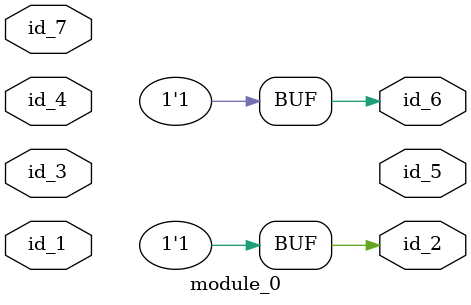
<source format=v>
parameter id_7 = 1'd0;
module module_0 (
    id_1,
    id_2,
    id_3,
    id_4,
    id_5,
    id_6,
    id_7
);
  inout id_7;
  output id_6;
  output id_5;
  inout id_4;
  input id_3;
  output id_2;
  inout id_1;
  assign id_2 = 1;
  assign id_6 = 1;
endmodule

</source>
